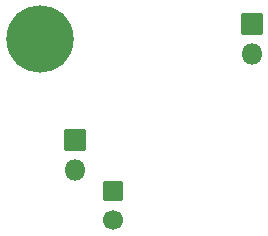
<source format=gbs>
%TF.GenerationSoftware,KiCad,Pcbnew,6.0.6-1.fc35*%
%TF.CreationDate,2022-07-22T15:55:32+02:00*%
%TF.ProjectId,NE555_OC,4e453535-355f-44f4-932e-6b696361645f,rev?*%
%TF.SameCoordinates,Original*%
%TF.FileFunction,Soldermask,Bot*%
%TF.FilePolarity,Negative*%
%FSLAX46Y46*%
G04 Gerber Fmt 4.6, Leading zero omitted, Abs format (unit mm)*
G04 Created by KiCad (PCBNEW 6.0.6-1.fc35) date 2022-07-22 15:55:32*
%MOMM*%
%LPD*%
G01*
G04 APERTURE LIST*
G04 Aperture macros list*
%AMRoundRect*
0 Rectangle with rounded corners*
0 $1 Rounding radius*
0 $2 $3 $4 $5 $6 $7 $8 $9 X,Y pos of 4 corners*
0 Add a 4 corners polygon primitive as box body*
4,1,4,$2,$3,$4,$5,$6,$7,$8,$9,$2,$3,0*
0 Add four circle primitives for the rounded corners*
1,1,$1+$1,$2,$3*
1,1,$1+$1,$4,$5*
1,1,$1+$1,$6,$7*
1,1,$1+$1,$8,$9*
0 Add four rect primitives between the rounded corners*
20,1,$1+$1,$2,$3,$4,$5,0*
20,1,$1+$1,$4,$5,$6,$7,0*
20,1,$1+$1,$6,$7,$8,$9,0*
20,1,$1+$1,$8,$9,$2,$3,0*%
G04 Aperture macros list end*
%ADD10RoundRect,0.050000X-0.850000X-0.850000X0.850000X-0.850000X0.850000X0.850000X-0.850000X0.850000X0*%
%ADD11O,1.800000X1.800000*%
%ADD12C,5.700000*%
%ADD13RoundRect,0.050000X-0.800000X0.800000X-0.800000X-0.800000X0.800000X-0.800000X0.800000X0.800000X0*%
%ADD14C,1.700000*%
G04 APERTURE END LIST*
D10*
%TO.C,J2*%
X64897000Y-78735000D03*
D11*
X64897000Y-81275000D03*
%TD*%
D10*
%TO.C,J1*%
X49911000Y-88514000D03*
D11*
X49911000Y-91054000D03*
%TD*%
D12*
%TO.C,ref1*%
X46990000Y-80010000D03*
%TD*%
D13*
%TO.C,C4*%
X53136800Y-92848421D03*
D14*
X53136800Y-95348421D03*
%TD*%
M02*

</source>
